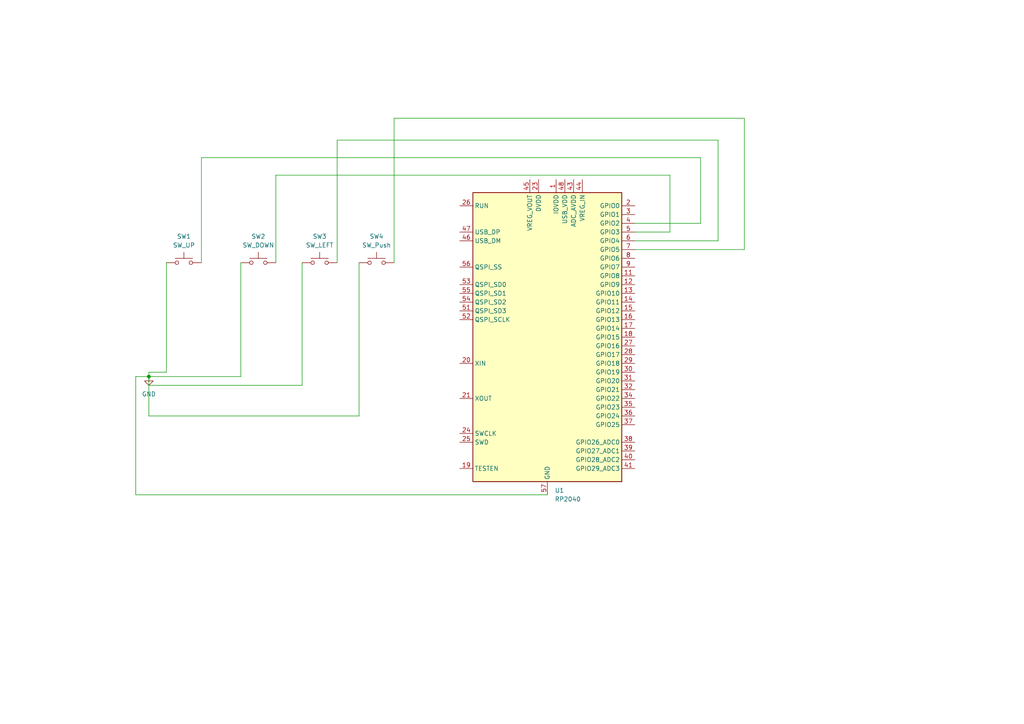
<source format=kicad_sch>
(kicad_sch
	(version 20250114)
	(generator "eeschema")
	(generator_version "9.0")
	(uuid "51b91d89-05eb-4962-ad37-3864515863e2")
	(paper "A4")
	(lib_symbols
		(symbol "MCU_RaspberryPi:RP2040"
			(exclude_from_sim no)
			(in_bom yes)
			(on_board yes)
			(property "Reference" "U"
				(at 17.78 45.72 0)
				(effects
					(font
						(size 1.27 1.27)
					)
				)
			)
			(property "Value" "RP2040"
				(at 17.78 43.18 0)
				(effects
					(font
						(size 1.27 1.27)
					)
				)
			)
			(property "Footprint" "Package_DFN_QFN:QFN-56-1EP_7x7mm_P0.4mm_EP3.2x3.2mm"
				(at 0 0 0)
				(effects
					(font
						(size 1.27 1.27)
					)
					(hide yes)
				)
			)
			(property "Datasheet" "https://datasheets.raspberrypi.com/rp2040/rp2040-datasheet.pdf"
				(at 0 0 0)
				(effects
					(font
						(size 1.27 1.27)
					)
					(hide yes)
				)
			)
			(property "Description" "A microcontroller by Raspberry Pi"
				(at 0 0 0)
				(effects
					(font
						(size 1.27 1.27)
					)
					(hide yes)
				)
			)
			(property "ki_keywords" "RP2040 ARM Cortex-M0+ USB"
				(at 0 0 0)
				(effects
					(font
						(size 1.27 1.27)
					)
					(hide yes)
				)
			)
			(property "ki_fp_filters" "QFN*1EP*7x7mm?P0.4mm*"
				(at 0 0 0)
				(effects
					(font
						(size 1.27 1.27)
					)
					(hide yes)
				)
			)
			(symbol "RP2040_0_1"
				(rectangle
					(start -21.59 41.91)
					(end 21.59 -41.91)
					(stroke
						(width 0.254)
						(type default)
					)
					(fill
						(type background)
					)
				)
			)
			(symbol "RP2040_1_1"
				(pin input line
					(at -25.4 38.1 0)
					(length 3.81)
					(name "RUN"
						(effects
							(font
								(size 1.27 1.27)
							)
						)
					)
					(number "26"
						(effects
							(font
								(size 1.27 1.27)
							)
						)
					)
				)
				(pin bidirectional line
					(at -25.4 30.48 0)
					(length 3.81)
					(name "USB_DP"
						(effects
							(font
								(size 1.27 1.27)
							)
						)
					)
					(number "47"
						(effects
							(font
								(size 1.27 1.27)
							)
						)
					)
				)
				(pin bidirectional line
					(at -25.4 27.94 0)
					(length 3.81)
					(name "USB_DM"
						(effects
							(font
								(size 1.27 1.27)
							)
						)
					)
					(number "46"
						(effects
							(font
								(size 1.27 1.27)
							)
						)
					)
				)
				(pin bidirectional line
					(at -25.4 20.32 0)
					(length 3.81)
					(name "QSPI_SS"
						(effects
							(font
								(size 1.27 1.27)
							)
						)
					)
					(number "56"
						(effects
							(font
								(size 1.27 1.27)
							)
						)
					)
				)
				(pin bidirectional line
					(at -25.4 15.24 0)
					(length 3.81)
					(name "QSPI_SD0"
						(effects
							(font
								(size 1.27 1.27)
							)
						)
					)
					(number "53"
						(effects
							(font
								(size 1.27 1.27)
							)
						)
					)
				)
				(pin bidirectional line
					(at -25.4 12.7 0)
					(length 3.81)
					(name "QSPI_SD1"
						(effects
							(font
								(size 1.27 1.27)
							)
						)
					)
					(number "55"
						(effects
							(font
								(size 1.27 1.27)
							)
						)
					)
				)
				(pin bidirectional line
					(at -25.4 10.16 0)
					(length 3.81)
					(name "QSPI_SD2"
						(effects
							(font
								(size 1.27 1.27)
							)
						)
					)
					(number "54"
						(effects
							(font
								(size 1.27 1.27)
							)
						)
					)
				)
				(pin bidirectional line
					(at -25.4 7.62 0)
					(length 3.81)
					(name "QSPI_SD3"
						(effects
							(font
								(size 1.27 1.27)
							)
						)
					)
					(number "51"
						(effects
							(font
								(size 1.27 1.27)
							)
						)
					)
				)
				(pin output line
					(at -25.4 5.08 0)
					(length 3.81)
					(name "QSPI_SCLK"
						(effects
							(font
								(size 1.27 1.27)
							)
						)
					)
					(number "52"
						(effects
							(font
								(size 1.27 1.27)
							)
						)
					)
				)
				(pin input line
					(at -25.4 -7.62 0)
					(length 3.81)
					(name "XIN"
						(effects
							(font
								(size 1.27 1.27)
							)
						)
					)
					(number "20"
						(effects
							(font
								(size 1.27 1.27)
							)
						)
					)
				)
				(pin passive line
					(at -25.4 -17.78 0)
					(length 3.81)
					(name "XOUT"
						(effects
							(font
								(size 1.27 1.27)
							)
						)
					)
					(number "21"
						(effects
							(font
								(size 1.27 1.27)
							)
						)
					)
				)
				(pin input line
					(at -25.4 -27.94 0)
					(length 3.81)
					(name "SWCLK"
						(effects
							(font
								(size 1.27 1.27)
							)
						)
					)
					(number "24"
						(effects
							(font
								(size 1.27 1.27)
							)
						)
					)
				)
				(pin bidirectional line
					(at -25.4 -30.48 0)
					(length 3.81)
					(name "SWD"
						(effects
							(font
								(size 1.27 1.27)
							)
						)
					)
					(number "25"
						(effects
							(font
								(size 1.27 1.27)
							)
						)
					)
				)
				(pin input line
					(at -25.4 -38.1 0)
					(length 3.81)
					(name "TESTEN"
						(effects
							(font
								(size 1.27 1.27)
							)
						)
					)
					(number "19"
						(effects
							(font
								(size 1.27 1.27)
							)
						)
					)
				)
				(pin power_out line
					(at -5.08 45.72 270)
					(length 3.81)
					(name "VREG_VOUT"
						(effects
							(font
								(size 1.27 1.27)
							)
						)
					)
					(number "45"
						(effects
							(font
								(size 1.27 1.27)
							)
						)
					)
				)
				(pin power_in line
					(at -2.54 45.72 270)
					(length 3.81)
					(name "DVDD"
						(effects
							(font
								(size 1.27 1.27)
							)
						)
					)
					(number "23"
						(effects
							(font
								(size 1.27 1.27)
							)
						)
					)
				)
				(pin passive line
					(at -2.54 45.72 270)
					(length 3.81)
					(hide yes)
					(name "DVDD"
						(effects
							(font
								(size 1.27 1.27)
							)
						)
					)
					(number "50"
						(effects
							(font
								(size 1.27 1.27)
							)
						)
					)
				)
				(pin power_in line
					(at 0 -45.72 90)
					(length 3.81)
					(name "GND"
						(effects
							(font
								(size 1.27 1.27)
							)
						)
					)
					(number "57"
						(effects
							(font
								(size 1.27 1.27)
							)
						)
					)
				)
				(pin power_in line
					(at 2.54 45.72 270)
					(length 3.81)
					(name "IOVDD"
						(effects
							(font
								(size 1.27 1.27)
							)
						)
					)
					(number "1"
						(effects
							(font
								(size 1.27 1.27)
							)
						)
					)
				)
				(pin passive line
					(at 2.54 45.72 270)
					(length 3.81)
					(hide yes)
					(name "IOVDD"
						(effects
							(font
								(size 1.27 1.27)
							)
						)
					)
					(number "10"
						(effects
							(font
								(size 1.27 1.27)
							)
						)
					)
				)
				(pin passive line
					(at 2.54 45.72 270)
					(length 3.81)
					(hide yes)
					(name "IOVDD"
						(effects
							(font
								(size 1.27 1.27)
							)
						)
					)
					(number "22"
						(effects
							(font
								(size 1.27 1.27)
							)
						)
					)
				)
				(pin passive line
					(at 2.54 45.72 270)
					(length 3.81)
					(hide yes)
					(name "IOVDD"
						(effects
							(font
								(size 1.27 1.27)
							)
						)
					)
					(number "33"
						(effects
							(font
								(size 1.27 1.27)
							)
						)
					)
				)
				(pin passive line
					(at 2.54 45.72 270)
					(length 3.81)
					(hide yes)
					(name "IOVDD"
						(effects
							(font
								(size 1.27 1.27)
							)
						)
					)
					(number "42"
						(effects
							(font
								(size 1.27 1.27)
							)
						)
					)
				)
				(pin passive line
					(at 2.54 45.72 270)
					(length 3.81)
					(hide yes)
					(name "IOVDD"
						(effects
							(font
								(size 1.27 1.27)
							)
						)
					)
					(number "49"
						(effects
							(font
								(size 1.27 1.27)
							)
						)
					)
				)
				(pin power_in line
					(at 5.08 45.72 270)
					(length 3.81)
					(name "USB_VDD"
						(effects
							(font
								(size 1.27 1.27)
							)
						)
					)
					(number "48"
						(effects
							(font
								(size 1.27 1.27)
							)
						)
					)
				)
				(pin power_in line
					(at 7.62 45.72 270)
					(length 3.81)
					(name "ADC_AVDD"
						(effects
							(font
								(size 1.27 1.27)
							)
						)
					)
					(number "43"
						(effects
							(font
								(size 1.27 1.27)
							)
						)
					)
				)
				(pin power_in line
					(at 10.16 45.72 270)
					(length 3.81)
					(name "VREG_IN"
						(effects
							(font
								(size 1.27 1.27)
							)
						)
					)
					(number "44"
						(effects
							(font
								(size 1.27 1.27)
							)
						)
					)
				)
				(pin bidirectional line
					(at 25.4 38.1 180)
					(length 3.81)
					(name "GPIO0"
						(effects
							(font
								(size 1.27 1.27)
							)
						)
					)
					(number "2"
						(effects
							(font
								(size 1.27 1.27)
							)
						)
					)
				)
				(pin bidirectional line
					(at 25.4 35.56 180)
					(length 3.81)
					(name "GPIO1"
						(effects
							(font
								(size 1.27 1.27)
							)
						)
					)
					(number "3"
						(effects
							(font
								(size 1.27 1.27)
							)
						)
					)
				)
				(pin bidirectional line
					(at 25.4 33.02 180)
					(length 3.81)
					(name "GPIO2"
						(effects
							(font
								(size 1.27 1.27)
							)
						)
					)
					(number "4"
						(effects
							(font
								(size 1.27 1.27)
							)
						)
					)
				)
				(pin bidirectional line
					(at 25.4 30.48 180)
					(length 3.81)
					(name "GPIO3"
						(effects
							(font
								(size 1.27 1.27)
							)
						)
					)
					(number "5"
						(effects
							(font
								(size 1.27 1.27)
							)
						)
					)
				)
				(pin bidirectional line
					(at 25.4 27.94 180)
					(length 3.81)
					(name "GPIO4"
						(effects
							(font
								(size 1.27 1.27)
							)
						)
					)
					(number "6"
						(effects
							(font
								(size 1.27 1.27)
							)
						)
					)
				)
				(pin bidirectional line
					(at 25.4 25.4 180)
					(length 3.81)
					(name "GPIO5"
						(effects
							(font
								(size 1.27 1.27)
							)
						)
					)
					(number "7"
						(effects
							(font
								(size 1.27 1.27)
							)
						)
					)
				)
				(pin bidirectional line
					(at 25.4 22.86 180)
					(length 3.81)
					(name "GPIO6"
						(effects
							(font
								(size 1.27 1.27)
							)
						)
					)
					(number "8"
						(effects
							(font
								(size 1.27 1.27)
							)
						)
					)
				)
				(pin bidirectional line
					(at 25.4 20.32 180)
					(length 3.81)
					(name "GPIO7"
						(effects
							(font
								(size 1.27 1.27)
							)
						)
					)
					(number "9"
						(effects
							(font
								(size 1.27 1.27)
							)
						)
					)
				)
				(pin bidirectional line
					(at 25.4 17.78 180)
					(length 3.81)
					(name "GPIO8"
						(effects
							(font
								(size 1.27 1.27)
							)
						)
					)
					(number "11"
						(effects
							(font
								(size 1.27 1.27)
							)
						)
					)
				)
				(pin bidirectional line
					(at 25.4 15.24 180)
					(length 3.81)
					(name "GPIO9"
						(effects
							(font
								(size 1.27 1.27)
							)
						)
					)
					(number "12"
						(effects
							(font
								(size 1.27 1.27)
							)
						)
					)
				)
				(pin bidirectional line
					(at 25.4 12.7 180)
					(length 3.81)
					(name "GPIO10"
						(effects
							(font
								(size 1.27 1.27)
							)
						)
					)
					(number "13"
						(effects
							(font
								(size 1.27 1.27)
							)
						)
					)
				)
				(pin bidirectional line
					(at 25.4 10.16 180)
					(length 3.81)
					(name "GPIO11"
						(effects
							(font
								(size 1.27 1.27)
							)
						)
					)
					(number "14"
						(effects
							(font
								(size 1.27 1.27)
							)
						)
					)
				)
				(pin bidirectional line
					(at 25.4 7.62 180)
					(length 3.81)
					(name "GPIO12"
						(effects
							(font
								(size 1.27 1.27)
							)
						)
					)
					(number "15"
						(effects
							(font
								(size 1.27 1.27)
							)
						)
					)
				)
				(pin bidirectional line
					(at 25.4 5.08 180)
					(length 3.81)
					(name "GPIO13"
						(effects
							(font
								(size 1.27 1.27)
							)
						)
					)
					(number "16"
						(effects
							(font
								(size 1.27 1.27)
							)
						)
					)
				)
				(pin bidirectional line
					(at 25.4 2.54 180)
					(length 3.81)
					(name "GPIO14"
						(effects
							(font
								(size 1.27 1.27)
							)
						)
					)
					(number "17"
						(effects
							(font
								(size 1.27 1.27)
							)
						)
					)
				)
				(pin bidirectional line
					(at 25.4 0 180)
					(length 3.81)
					(name "GPIO15"
						(effects
							(font
								(size 1.27 1.27)
							)
						)
					)
					(number "18"
						(effects
							(font
								(size 1.27 1.27)
							)
						)
					)
				)
				(pin bidirectional line
					(at 25.4 -2.54 180)
					(length 3.81)
					(name "GPIO16"
						(effects
							(font
								(size 1.27 1.27)
							)
						)
					)
					(number "27"
						(effects
							(font
								(size 1.27 1.27)
							)
						)
					)
				)
				(pin bidirectional line
					(at 25.4 -5.08 180)
					(length 3.81)
					(name "GPIO17"
						(effects
							(font
								(size 1.27 1.27)
							)
						)
					)
					(number "28"
						(effects
							(font
								(size 1.27 1.27)
							)
						)
					)
				)
				(pin bidirectional line
					(at 25.4 -7.62 180)
					(length 3.81)
					(name "GPIO18"
						(effects
							(font
								(size 1.27 1.27)
							)
						)
					)
					(number "29"
						(effects
							(font
								(size 1.27 1.27)
							)
						)
					)
				)
				(pin bidirectional line
					(at 25.4 -10.16 180)
					(length 3.81)
					(name "GPIO19"
						(effects
							(font
								(size 1.27 1.27)
							)
						)
					)
					(number "30"
						(effects
							(font
								(size 1.27 1.27)
							)
						)
					)
				)
				(pin bidirectional line
					(at 25.4 -12.7 180)
					(length 3.81)
					(name "GPIO20"
						(effects
							(font
								(size 1.27 1.27)
							)
						)
					)
					(number "31"
						(effects
							(font
								(size 1.27 1.27)
							)
						)
					)
				)
				(pin bidirectional line
					(at 25.4 -15.24 180)
					(length 3.81)
					(name "GPIO21"
						(effects
							(font
								(size 1.27 1.27)
							)
						)
					)
					(number "32"
						(effects
							(font
								(size 1.27 1.27)
							)
						)
					)
				)
				(pin bidirectional line
					(at 25.4 -17.78 180)
					(length 3.81)
					(name "GPIO22"
						(effects
							(font
								(size 1.27 1.27)
							)
						)
					)
					(number "34"
						(effects
							(font
								(size 1.27 1.27)
							)
						)
					)
				)
				(pin bidirectional line
					(at 25.4 -20.32 180)
					(length 3.81)
					(name "GPIO23"
						(effects
							(font
								(size 1.27 1.27)
							)
						)
					)
					(number "35"
						(effects
							(font
								(size 1.27 1.27)
							)
						)
					)
				)
				(pin bidirectional line
					(at 25.4 -22.86 180)
					(length 3.81)
					(name "GPIO24"
						(effects
							(font
								(size 1.27 1.27)
							)
						)
					)
					(number "36"
						(effects
							(font
								(size 1.27 1.27)
							)
						)
					)
				)
				(pin bidirectional line
					(at 25.4 -25.4 180)
					(length 3.81)
					(name "GPIO25"
						(effects
							(font
								(size 1.27 1.27)
							)
						)
					)
					(number "37"
						(effects
							(font
								(size 1.27 1.27)
							)
						)
					)
				)
				(pin bidirectional line
					(at 25.4 -30.48 180)
					(length 3.81)
					(name "GPIO26_ADC0"
						(effects
							(font
								(size 1.27 1.27)
							)
						)
					)
					(number "38"
						(effects
							(font
								(size 1.27 1.27)
							)
						)
					)
				)
				(pin bidirectional line
					(at 25.4 -33.02 180)
					(length 3.81)
					(name "GPIO27_ADC1"
						(effects
							(font
								(size 1.27 1.27)
							)
						)
					)
					(number "39"
						(effects
							(font
								(size 1.27 1.27)
							)
						)
					)
				)
				(pin bidirectional line
					(at 25.4 -35.56 180)
					(length 3.81)
					(name "GPIO28_ADC2"
						(effects
							(font
								(size 1.27 1.27)
							)
						)
					)
					(number "40"
						(effects
							(font
								(size 1.27 1.27)
							)
						)
					)
				)
				(pin bidirectional line
					(at 25.4 -38.1 180)
					(length 3.81)
					(name "GPIO29_ADC3"
						(effects
							(font
								(size 1.27 1.27)
							)
						)
					)
					(number "41"
						(effects
							(font
								(size 1.27 1.27)
							)
						)
					)
				)
			)
			(embedded_fonts no)
		)
		(symbol "Switch:SW_Push"
			(pin_numbers
				(hide yes)
			)
			(pin_names
				(offset 1.016)
				(hide yes)
			)
			(exclude_from_sim no)
			(in_bom yes)
			(on_board yes)
			(property "Reference" "SW"
				(at 1.27 2.54 0)
				(effects
					(font
						(size 1.27 1.27)
					)
					(justify left)
				)
			)
			(property "Value" "SW_Push"
				(at 0 -1.524 0)
				(effects
					(font
						(size 1.27 1.27)
					)
				)
			)
			(property "Footprint" ""
				(at 0 5.08 0)
				(effects
					(font
						(size 1.27 1.27)
					)
					(hide yes)
				)
			)
			(property "Datasheet" "~"
				(at 0 5.08 0)
				(effects
					(font
						(size 1.27 1.27)
					)
					(hide yes)
				)
			)
			(property "Description" "Push button switch, generic, two pins"
				(at 0 0 0)
				(effects
					(font
						(size 1.27 1.27)
					)
					(hide yes)
				)
			)
			(property "ki_keywords" "switch normally-open pushbutton push-button"
				(at 0 0 0)
				(effects
					(font
						(size 1.27 1.27)
					)
					(hide yes)
				)
			)
			(symbol "SW_Push_0_1"
				(circle
					(center -2.032 0)
					(radius 0.508)
					(stroke
						(width 0)
						(type default)
					)
					(fill
						(type none)
					)
				)
				(polyline
					(pts
						(xy 0 1.27) (xy 0 3.048)
					)
					(stroke
						(width 0)
						(type default)
					)
					(fill
						(type none)
					)
				)
				(circle
					(center 2.032 0)
					(radius 0.508)
					(stroke
						(width 0)
						(type default)
					)
					(fill
						(type none)
					)
				)
				(polyline
					(pts
						(xy 2.54 1.27) (xy -2.54 1.27)
					)
					(stroke
						(width 0)
						(type default)
					)
					(fill
						(type none)
					)
				)
				(pin passive line
					(at -5.08 0 0)
					(length 2.54)
					(name "1"
						(effects
							(font
								(size 1.27 1.27)
							)
						)
					)
					(number "1"
						(effects
							(font
								(size 1.27 1.27)
							)
						)
					)
				)
				(pin passive line
					(at 5.08 0 180)
					(length 2.54)
					(name "2"
						(effects
							(font
								(size 1.27 1.27)
							)
						)
					)
					(number "2"
						(effects
							(font
								(size 1.27 1.27)
							)
						)
					)
				)
			)
			(embedded_fonts no)
		)
		(symbol "power:GND"
			(power)
			(pin_numbers
				(hide yes)
			)
			(pin_names
				(offset 0)
				(hide yes)
			)
			(exclude_from_sim no)
			(in_bom yes)
			(on_board yes)
			(property "Reference" "#PWR"
				(at 0 -6.35 0)
				(effects
					(font
						(size 1.27 1.27)
					)
					(hide yes)
				)
			)
			(property "Value" "GND"
				(at 0 -3.81 0)
				(effects
					(font
						(size 1.27 1.27)
					)
				)
			)
			(property "Footprint" ""
				(at 0 0 0)
				(effects
					(font
						(size 1.27 1.27)
					)
					(hide yes)
				)
			)
			(property "Datasheet" ""
				(at 0 0 0)
				(effects
					(font
						(size 1.27 1.27)
					)
					(hide yes)
				)
			)
			(property "Description" "Power symbol creates a global label with name \"GND\" , ground"
				(at 0 0 0)
				(effects
					(font
						(size 1.27 1.27)
					)
					(hide yes)
				)
			)
			(property "ki_keywords" "global power"
				(at 0 0 0)
				(effects
					(font
						(size 1.27 1.27)
					)
					(hide yes)
				)
			)
			(symbol "GND_0_1"
				(polyline
					(pts
						(xy 0 0) (xy 0 -1.27) (xy 1.27 -1.27) (xy 0 -2.54) (xy -1.27 -1.27) (xy 0 -1.27)
					)
					(stroke
						(width 0)
						(type default)
					)
					(fill
						(type none)
					)
				)
			)
			(symbol "GND_1_1"
				(pin power_in line
					(at 0 0 270)
					(length 0)
					(name "~"
						(effects
							(font
								(size 1.27 1.27)
							)
						)
					)
					(number "1"
						(effects
							(font
								(size 1.27 1.27)
							)
						)
					)
				)
			)
			(embedded_fonts no)
		)
	)
	(junction
		(at 43.18 109.22)
		(diameter 0)
		(color 0 0 0 0)
		(uuid "3ede82df-70e3-4fe2-af32-00297784ff32")
	)
	(wire
		(pts
			(xy 58.42 76.2) (xy 58.42 45.72)
		)
		(stroke
			(width 0)
			(type default)
		)
		(uuid "01490ce5-8e0f-4012-89c1-fe8ebb58b2b6")
	)
	(wire
		(pts
			(xy 69.85 76.2) (xy 69.85 109.22)
		)
		(stroke
			(width 0)
			(type default)
		)
		(uuid "083b8bfd-0c32-4d6d-8e06-622313818419")
	)
	(wire
		(pts
			(xy 194.31 67.31) (xy 184.15 67.31)
		)
		(stroke
			(width 0)
			(type default)
		)
		(uuid "1404c10b-4e71-4d12-bbd5-173806d111c1")
	)
	(wire
		(pts
			(xy 58.42 45.72) (xy 203.2 45.72)
		)
		(stroke
			(width 0)
			(type default)
		)
		(uuid "18bdd538-2c5b-424d-a7ac-29eaec1e44d3")
	)
	(wire
		(pts
			(xy 80.01 76.2) (xy 80.01 50.8)
		)
		(stroke
			(width 0)
			(type default)
		)
		(uuid "40134c25-a559-4f27-ae46-b960b6877c61")
	)
	(wire
		(pts
			(xy 43.18 107.95) (xy 43.18 109.22)
		)
		(stroke
			(width 0)
			(type default)
		)
		(uuid "46031d2a-e38d-4a2d-b646-5fa5e767003a")
	)
	(wire
		(pts
			(xy 39.37 143.51) (xy 158.75 143.51)
		)
		(stroke
			(width 0)
			(type default)
		)
		(uuid "48cee28d-52c4-41d8-aff9-6ae33e80b08d")
	)
	(wire
		(pts
			(xy 48.26 107.95) (xy 43.18 107.95)
		)
		(stroke
			(width 0)
			(type default)
		)
		(uuid "54432812-a9ff-4200-93f2-19e41b5c4876")
	)
	(wire
		(pts
			(xy 43.18 109.22) (xy 69.85 109.22)
		)
		(stroke
			(width 0)
			(type default)
		)
		(uuid "782499a3-bd2f-40d9-ad2f-b5a04ff5c91b")
	)
	(wire
		(pts
			(xy 97.79 40.64) (xy 208.28 40.64)
		)
		(stroke
			(width 0)
			(type default)
		)
		(uuid "7b4bd800-0871-435f-a7db-d56cad97c9c7")
	)
	(wire
		(pts
			(xy 203.2 64.77) (xy 184.15 64.77)
		)
		(stroke
			(width 0)
			(type default)
		)
		(uuid "7c4d292e-0e0e-467e-9c77-762896acd849")
	)
	(wire
		(pts
			(xy 87.63 111.76) (xy 43.18 111.76)
		)
		(stroke
			(width 0)
			(type default)
		)
		(uuid "8c55dc81-2a53-44f7-ba0c-b4075bc049c4")
	)
	(wire
		(pts
			(xy 80.01 50.8) (xy 194.31 50.8)
		)
		(stroke
			(width 0)
			(type default)
		)
		(uuid "8ec796ae-d830-47c3-8e44-63071a75d9ac")
	)
	(wire
		(pts
			(xy 87.63 76.2) (xy 87.63 111.76)
		)
		(stroke
			(width 0)
			(type default)
		)
		(uuid "a28805b8-382f-4034-8b1c-3617264944ec")
	)
	(wire
		(pts
			(xy 104.14 120.65) (xy 43.18 120.65)
		)
		(stroke
			(width 0)
			(type default)
		)
		(uuid "a6e7af06-50aa-41ab-a021-e2c62e1c72d1")
	)
	(wire
		(pts
			(xy 215.9 72.39) (xy 184.15 72.39)
		)
		(stroke
			(width 0)
			(type default)
		)
		(uuid "aa321354-08a0-4ae3-b5e8-75627230dd1b")
	)
	(wire
		(pts
			(xy 208.28 69.85) (xy 184.15 69.85)
		)
		(stroke
			(width 0)
			(type default)
		)
		(uuid "aab6cd2e-5812-4bf9-bc88-b41d01fe0003")
	)
	(wire
		(pts
			(xy 39.37 109.22) (xy 43.18 109.22)
		)
		(stroke
			(width 0)
			(type default)
		)
		(uuid "b931155f-7579-4bcb-8608-bfa2ae044e21")
	)
	(wire
		(pts
			(xy 43.18 109.22) (xy 43.18 120.65)
		)
		(stroke
			(width 0)
			(type default)
		)
		(uuid "ba7324c9-b506-413f-a159-deb5a8a40fce")
	)
	(wire
		(pts
			(xy 194.31 50.8) (xy 194.31 67.31)
		)
		(stroke
			(width 0)
			(type default)
		)
		(uuid "c1db1340-80f3-464f-b303-340d2c4ea179")
	)
	(wire
		(pts
			(xy 97.79 76.2) (xy 97.79 40.64)
		)
		(stroke
			(width 0)
			(type default)
		)
		(uuid "c35e8191-46f4-458b-a7ce-006e9c96a5f1")
	)
	(wire
		(pts
			(xy 208.28 40.64) (xy 208.28 69.85)
		)
		(stroke
			(width 0)
			(type default)
		)
		(uuid "cb3b055e-66f7-4942-9c8e-d0df3b835527")
	)
	(wire
		(pts
			(xy 203.2 45.72) (xy 203.2 64.77)
		)
		(stroke
			(width 0)
			(type default)
		)
		(uuid "d748d301-c4ad-4fd9-9822-6f1418a8501d")
	)
	(wire
		(pts
			(xy 114.3 34.29) (xy 215.9 34.29)
		)
		(stroke
			(width 0)
			(type default)
		)
		(uuid "db35ed4f-be58-4af0-a291-33f2bb8e3502")
	)
	(wire
		(pts
			(xy 48.26 76.2) (xy 48.26 107.95)
		)
		(stroke
			(width 0)
			(type default)
		)
		(uuid "dc98180b-c41a-4fa5-b9a2-33126537574c")
	)
	(wire
		(pts
			(xy 215.9 34.29) (xy 215.9 72.39)
		)
		(stroke
			(width 0)
			(type default)
		)
		(uuid "ddb2b436-fad6-4fca-be77-0a747219fb99")
	)
	(wire
		(pts
			(xy 39.37 109.22) (xy 39.37 143.51)
		)
		(stroke
			(width 0)
			(type default)
		)
		(uuid "dff46282-2335-40c2-b39d-f19f7ab03cfd")
	)
	(wire
		(pts
			(xy 114.3 76.2) (xy 114.3 34.29)
		)
		(stroke
			(width 0)
			(type default)
		)
		(uuid "f38f503f-2c1b-46df-b4b3-50f15de9f70a")
	)
	(wire
		(pts
			(xy 104.14 76.2) (xy 104.14 120.65)
		)
		(stroke
			(width 0)
			(type default)
		)
		(uuid "f3ad3eb5-4ab7-41c3-ae8c-00dec2201542")
	)
	(symbol
		(lib_id "Switch:SW_Push")
		(at 53.34 76.2 0)
		(unit 1)
		(exclude_from_sim no)
		(in_bom yes)
		(on_board yes)
		(dnp no)
		(fields_autoplaced yes)
		(uuid "314050cf-8c5c-4558-877b-b997fe8cfe17")
		(property "Reference" "SW1"
			(at 53.34 68.58 0)
			(effects
				(font
					(size 1.27 1.27)
				)
			)
		)
		(property "Value" "SW_UP"
			(at 53.34 71.12 0)
			(effects
				(font
					(size 1.27 1.27)
				)
			)
		)
		(property "Footprint" "Button_Switch_Keyboard:SW_Cherry_MX_1.00u_PCB"
			(at 53.34 71.12 0)
			(effects
				(font
					(size 1.27 1.27)
				)
				(hide yes)
			)
		)
		(property "Datasheet" "~"
			(at 53.34 71.12 0)
			(effects
				(font
					(size 1.27 1.27)
				)
				(hide yes)
			)
		)
		(property "Description" "Push button switch, generic, two pins"
			(at 53.34 76.2 0)
			(effects
				(font
					(size 1.27 1.27)
				)
				(hide yes)
			)
		)
		(pin "2"
			(uuid "15645eaf-705e-4900-8d4f-76875175267f")
		)
		(pin "1"
			(uuid "2bb1f418-ebc2-4e32-9006-12eda286a444")
		)
		(instances
			(project ""
				(path "/51b91d89-05eb-4962-ad37-3864515863e2"
					(reference "SW1")
					(unit 1)
				)
			)
		)
	)
	(symbol
		(lib_id "Switch:SW_Push")
		(at 92.71 76.2 0)
		(unit 1)
		(exclude_from_sim no)
		(in_bom yes)
		(on_board yes)
		(dnp no)
		(fields_autoplaced yes)
		(uuid "601a9a14-dc2c-46bb-82c6-6c8e8daa244c")
		(property "Reference" "SW3"
			(at 92.71 68.58 0)
			(effects
				(font
					(size 1.27 1.27)
				)
			)
		)
		(property "Value" "SW_LEFT"
			(at 92.71 71.12 0)
			(effects
				(font
					(size 1.27 1.27)
				)
			)
		)
		(property "Footprint" "Button_Switch_Keyboard:SW_Cherry_MX_1.00u_PCB"
			(at 92.71 71.12 0)
			(effects
				(font
					(size 1.27 1.27)
				)
				(hide yes)
			)
		)
		(property "Datasheet" "~"
			(at 92.71 71.12 0)
			(effects
				(font
					(size 1.27 1.27)
				)
				(hide yes)
			)
		)
		(property "Description" "Push button switch, generic, two pins"
			(at 92.71 76.2 0)
			(effects
				(font
					(size 1.27 1.27)
				)
				(hide yes)
			)
		)
		(pin "1"
			(uuid "39490715-7e1c-4dfd-94c6-1f5e750158be")
		)
		(pin "2"
			(uuid "517dd1ec-4fa3-4207-a17f-84ee754ed8d0")
		)
		(instances
			(project ""
				(path "/51b91d89-05eb-4962-ad37-3864515863e2"
					(reference "SW3")
					(unit 1)
				)
			)
		)
	)
	(symbol
		(lib_id "power:GND")
		(at 43.18 109.22 0)
		(unit 1)
		(exclude_from_sim no)
		(in_bom yes)
		(on_board yes)
		(dnp no)
		(fields_autoplaced yes)
		(uuid "9d5750ad-d05a-44c0-953b-98298571a667")
		(property "Reference" "#PWR01"
			(at 43.18 115.57 0)
			(effects
				(font
					(size 1.27 1.27)
				)
				(hide yes)
			)
		)
		(property "Value" "GND"
			(at 43.18 114.3 0)
			(effects
				(font
					(size 1.27 1.27)
				)
			)
		)
		(property "Footprint" ""
			(at 43.18 109.22 0)
			(effects
				(font
					(size 1.27 1.27)
				)
				(hide yes)
			)
		)
		(property "Datasheet" ""
			(at 43.18 109.22 0)
			(effects
				(font
					(size 1.27 1.27)
				)
				(hide yes)
			)
		)
		(property "Description" "Power symbol creates a global label with name \"GND\" , ground"
			(at 43.18 109.22 0)
			(effects
				(font
					(size 1.27 1.27)
				)
				(hide yes)
			)
		)
		(pin "1"
			(uuid "f42e0795-3a82-4ab0-a0ce-aebcb51807c1")
		)
		(instances
			(project ""
				(path "/51b91d89-05eb-4962-ad37-3864515863e2"
					(reference "#PWR01")
					(unit 1)
				)
			)
		)
	)
	(symbol
		(lib_id "MCU_RaspberryPi:RP2040")
		(at 158.75 97.79 0)
		(unit 1)
		(exclude_from_sim no)
		(in_bom yes)
		(on_board yes)
		(dnp no)
		(fields_autoplaced yes)
		(uuid "9f3e7f91-1c83-40de-b8c9-1378f9cfe178")
		(property "Reference" "U1"
			(at 160.8933 142.24 0)
			(effects
				(font
					(size 1.27 1.27)
				)
				(justify left)
			)
		)
		(property "Value" "RP2040"
			(at 160.8933 144.78 0)
			(effects
				(font
					(size 1.27 1.27)
				)
				(justify left)
			)
		)
		(property "Footprint" "Package_DFN_QFN:QFN-56-1EP_7x7mm_P0.4mm_EP3.2x3.2mm"
			(at 158.75 97.79 0)
			(effects
				(font
					(size 1.27 1.27)
				)
				(hide yes)
			)
		)
		(property "Datasheet" "https://datasheets.raspberrypi.com/rp2040/rp2040-datasheet.pdf"
			(at 158.75 97.79 0)
			(effects
				(font
					(size 1.27 1.27)
				)
				(hide yes)
			)
		)
		(property "Description" "A microcontroller by Raspberry Pi"
			(at 158.75 97.79 0)
			(effects
				(font
					(size 1.27 1.27)
				)
				(hide yes)
			)
		)
		(pin "26"
			(uuid "783cd155-b1ea-4a00-8245-d75a260fdfa7")
		)
		(pin "5"
			(uuid "8f4db6bf-b10c-4985-b5dc-0e24b01270d4")
		)
		(pin "20"
			(uuid "aef49830-afe5-4e3e-be74-f119d26a98d1")
		)
		(pin "16"
			(uuid "21fb38c4-e8a9-41a1-8292-57f69a6112e0")
		)
		(pin "19"
			(uuid "ccb7585e-7448-4c4d-91d1-96ba94e4c0b5")
		)
		(pin "22"
			(uuid "58cfc87e-71bc-4370-bff0-bee3d8ca71f9")
		)
		(pin "55"
			(uuid "08e1b8cf-11fd-4ead-9a6d-538c6f2dbebf")
		)
		(pin "25"
			(uuid "23c7c431-ea86-419d-a128-5b5a765b3baf")
		)
		(pin "57"
			(uuid "07a10f70-7adb-4883-ba3e-8399e9fbc55b")
		)
		(pin "49"
			(uuid "19c78fb7-20f5-47de-a907-296e7cd3e2c1")
		)
		(pin "7"
			(uuid "023a3811-5004-45ab-9c9f-30992b1938b5")
		)
		(pin "36"
			(uuid "aa6d35e1-a97b-4a26-b5f6-cfa397bdbb67")
		)
		(pin "48"
			(uuid "8d6b105c-dcde-4736-925f-6606e7eb5d21")
		)
		(pin "4"
			(uuid "487fba51-ec79-4b29-bccc-c0adc4a6e9ca")
		)
		(pin "13"
			(uuid "eabe6ff4-6f63-4d55-b7ca-b32ccbd386d4")
		)
		(pin "39"
			(uuid "1df49896-d5ac-4ee6-9696-d74a4b4e85e5")
		)
		(pin "8"
			(uuid "244b8ac9-714e-4b4f-aad4-b581e7791986")
		)
		(pin "35"
			(uuid "0573e108-5839-4ab5-a9e0-ccf617ef8cf8")
		)
		(pin "40"
			(uuid "abe87bf2-6764-4d2e-b395-9d332cfe1402")
		)
		(pin "44"
			(uuid "cb42a4da-eb38-4cda-8e65-784472b89039")
		)
		(pin "2"
			(uuid "24b5700e-e400-4469-b626-87fe50551e3d")
		)
		(pin "14"
			(uuid "2960413d-c851-423c-a987-808a3fadff73")
		)
		(pin "56"
			(uuid "60f36874-547d-4298-87d5-8455e588ae0c")
		)
		(pin "53"
			(uuid "ba23a55a-a8d2-4541-9492-a0eb66fd6e79")
		)
		(pin "6"
			(uuid "0136b598-4313-48ec-a111-66e1d8baa3ce")
		)
		(pin "52"
			(uuid "c6d2ae38-4bbf-46ee-a363-50dedb1a0a3a")
		)
		(pin "9"
			(uuid "12b1cac5-3c96-4ee4-b659-5492df00bdfc")
		)
		(pin "15"
			(uuid "01126c85-91bb-44f1-a14b-74e16e6cdc94")
		)
		(pin "17"
			(uuid "3a7a355a-fade-4d62-ba23-d7e9443c45c8")
		)
		(pin "24"
			(uuid "7c307273-e074-4314-b3eb-b89950e52540")
		)
		(pin "10"
			(uuid "45f147ad-f397-4160-a625-adb018a1fb6d")
		)
		(pin "23"
			(uuid "71c6b5b7-8ff6-42da-8a3e-ad872cc1c3ac")
		)
		(pin "50"
			(uuid "74dee195-b547-4abe-b624-339b767f1b23")
		)
		(pin "33"
			(uuid "d8b08f2d-517e-4576-b6d8-549a6af9955e")
		)
		(pin "1"
			(uuid "dae40c84-36b1-4a5e-b821-af6cec28832e")
		)
		(pin "45"
			(uuid "cf40d2db-ed1f-4de2-9204-a918cf7a8934")
		)
		(pin "42"
			(uuid "d8714142-f56b-4a13-ad96-f49bc6b25e20")
		)
		(pin "54"
			(uuid "4eab9311-060f-4932-bffc-7dc1c5631712")
		)
		(pin "21"
			(uuid "a12030ed-4ddb-4a40-8d57-ae5496058062")
		)
		(pin "3"
			(uuid "54230662-6f87-480c-811b-ff67bfaf6000")
		)
		(pin "47"
			(uuid "9aa54eed-269c-49f6-84ed-d20aac2779b6")
		)
		(pin "46"
			(uuid "c5ee9776-e185-4471-be90-017aa2a300e8")
		)
		(pin "43"
			(uuid "0137ebc5-25c8-456e-9637-9ba4cfbe454a")
		)
		(pin "51"
			(uuid "b65f3021-b3d0-4584-aa51-e743969fb346")
		)
		(pin "11"
			(uuid "03e82a42-c98c-484e-9ef8-848b83e850de")
		)
		(pin "12"
			(uuid "45c4765e-b6b7-42eb-bdff-1ea6c671ff7f")
		)
		(pin "18"
			(uuid "67fdd690-7001-40d0-a9b1-317d1307afe2")
		)
		(pin "27"
			(uuid "a4011e25-b3a1-4411-852c-12f37a56cf27")
		)
		(pin "28"
			(uuid "72551feb-e124-41ac-b1a8-b2e890d48fa5")
		)
		(pin "29"
			(uuid "39a40c4c-9863-4af6-b226-925f55a62f97")
		)
		(pin "30"
			(uuid "84fe60ef-2acd-4cf9-b487-bd2c5bf2327a")
		)
		(pin "31"
			(uuid "01dec33b-c9b3-4371-9021-5a71983053ce")
		)
		(pin "32"
			(uuid "0899f522-7904-4c03-aaea-d923c3c6b97b")
		)
		(pin "34"
			(uuid "6c3cdfa0-04f8-48a9-881b-cb79c22a67c2")
		)
		(pin "37"
			(uuid "1b3fedd6-17f9-4103-a97a-910aa7960e49")
		)
		(pin "38"
			(uuid "0422749b-062d-4dbf-9fc2-91cf909cea19")
		)
		(pin "41"
			(uuid "1b3c1720-9011-446e-8892-7b60827f6ab8")
		)
		(instances
			(project ""
				(path "/51b91d89-05eb-4962-ad37-3864515863e2"
					(reference "U1")
					(unit 1)
				)
			)
		)
	)
	(symbol
		(lib_id "Switch:SW_Push")
		(at 109.22 76.2 0)
		(unit 1)
		(exclude_from_sim no)
		(in_bom yes)
		(on_board yes)
		(dnp no)
		(fields_autoplaced yes)
		(uuid "a4942585-12bf-4d37-9cfa-0a2dc164931d")
		(property "Reference" "SW4"
			(at 109.22 68.58 0)
			(effects
				(font
					(size 1.27 1.27)
				)
			)
		)
		(property "Value" "SW_Push"
			(at 109.22 71.12 0)
			(effects
				(font
					(size 1.27 1.27)
				)
			)
		)
		(property "Footprint" "Button_Switch_Keyboard:SW_Cherry_MX_1.00u_PCB"
			(at 109.22 71.12 0)
			(effects
				(font
					(size 1.27 1.27)
				)
				(hide yes)
			)
		)
		(property "Datasheet" "~"
			(at 109.22 71.12 0)
			(effects
				(font
					(size 1.27 1.27)
				)
				(hide yes)
			)
		)
		(property "Description" "Push button switch, generic, two pins"
			(at 109.22 76.2 0)
			(effects
				(font
					(size 1.27 1.27)
				)
				(hide yes)
			)
		)
		(pin "1"
			(uuid "a709f547-4cfd-4cad-a533-9c21ccc39ca9")
		)
		(pin "2"
			(uuid "a1984928-4eff-48ee-b1a3-415208e64863")
		)
		(instances
			(project ""
				(path "/51b91d89-05eb-4962-ad37-3864515863e2"
					(reference "SW4")
					(unit 1)
				)
			)
		)
	)
	(symbol
		(lib_id "Switch:SW_Push")
		(at 74.93 76.2 0)
		(unit 1)
		(exclude_from_sim no)
		(in_bom yes)
		(on_board yes)
		(dnp no)
		(fields_autoplaced yes)
		(uuid "ef166bdf-88d9-4091-b60d-dcfa99ce0f15")
		(property "Reference" "SW2"
			(at 74.93 68.58 0)
			(effects
				(font
					(size 1.27 1.27)
				)
			)
		)
		(property "Value" "SW_DOWN"
			(at 74.93 71.12 0)
			(effects
				(font
					(size 1.27 1.27)
				)
			)
		)
		(property "Footprint" "Button_Switch_Keyboard:SW_Cherry_MX_1.00u_PCB"
			(at 74.93 71.12 0)
			(effects
				(font
					(size 1.27 1.27)
				)
				(hide yes)
			)
		)
		(property "Datasheet" "~"
			(at 74.93 71.12 0)
			(effects
				(font
					(size 1.27 1.27)
				)
				(hide yes)
			)
		)
		(property "Description" "Push button switch, generic, two pins"
			(at 74.93 76.2 0)
			(effects
				(font
					(size 1.27 1.27)
				)
				(hide yes)
			)
		)
		(pin "2"
			(uuid "412dc3ed-3b01-4ff8-9260-946166897d53")
		)
		(pin "1"
			(uuid "59d12139-d761-42a1-a692-693996ce0749")
		)
		(instances
			(project ""
				(path "/51b91d89-05eb-4962-ad37-3864515863e2"
					(reference "SW2")
					(unit 1)
				)
			)
		)
	)
	(sheet_instances
		(path "/"
			(page "1")
		)
	)
	(embedded_fonts no)
)

</source>
